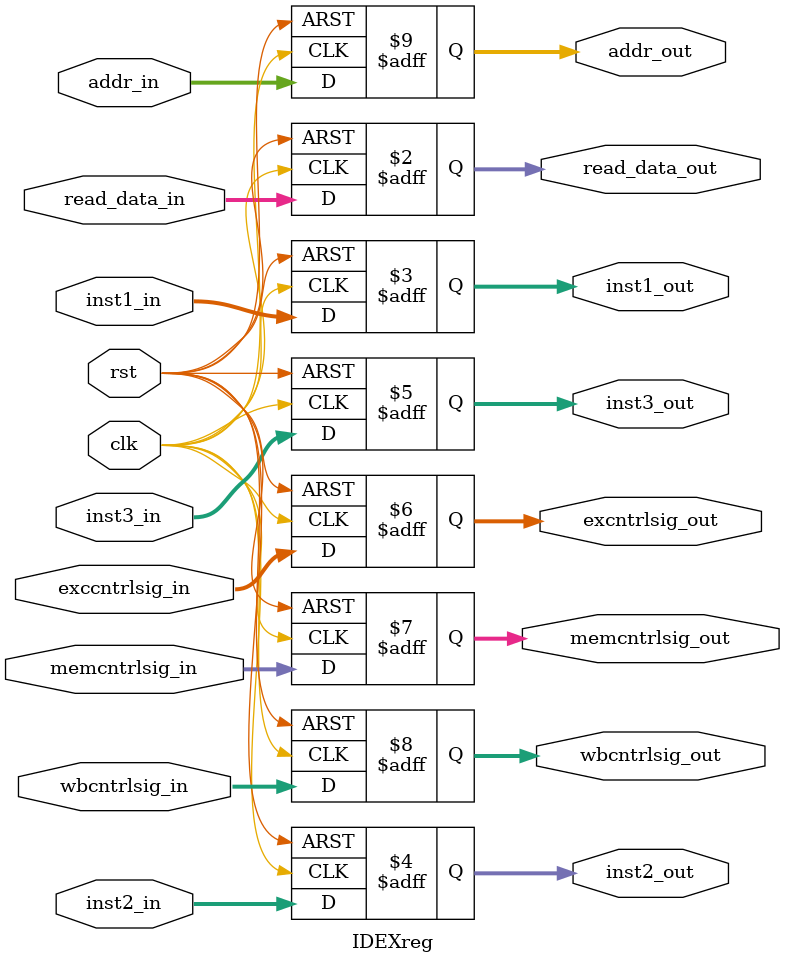
<source format=sv>
`timescale 1ns/1ns

module IDEXreg(input [63:0] read_data_in, input [31:0] inst1_in
                ,input [4:0] inst2_in
                ,input [4:0] inst3_in
                ,input [5:0] exccntrlsig_in
                ,input [3:0] memcntrlsig_in
                ,input [1:0] wbcntrlsig_in
                ,input [31:0] addr_in , input clk, rst
                ,output reg [63:0] read_data_out
                ,output reg [31:0] inst1_out
                ,output reg [4:0] inst2_out
                ,output reg [4:0] inst3_out
                ,output reg [5:0] excntrlsig_out
                ,output reg [3:0] memcntrlsig_out
                ,output reg [1:0] wbcntrlsig_out
                ,output reg [31:0] addr_out);
  always@(posedge clk, posedge rst) begin
    if(rst)
      {read_data_out,inst1_out,inst2_out,inst3_out,excntrlsig_out,memcntrlsig_out,wbcntrlsig_out,addr_out} = 150'b0;
    else begin
      read_data_out <= read_data_in;
      inst1_out <= inst1_in;
      inst2_out <= inst2_in;
      inst3_out <= inst3_in;
      excntrlsig_out <= exccntrlsig_in;  
      memcntrlsig_out <= memcntrlsig_in;
      wbcntrlsig_out <= wbcntrlsig_in;
      addr_out <= addr_in;
    end
  end
endmodule


</source>
